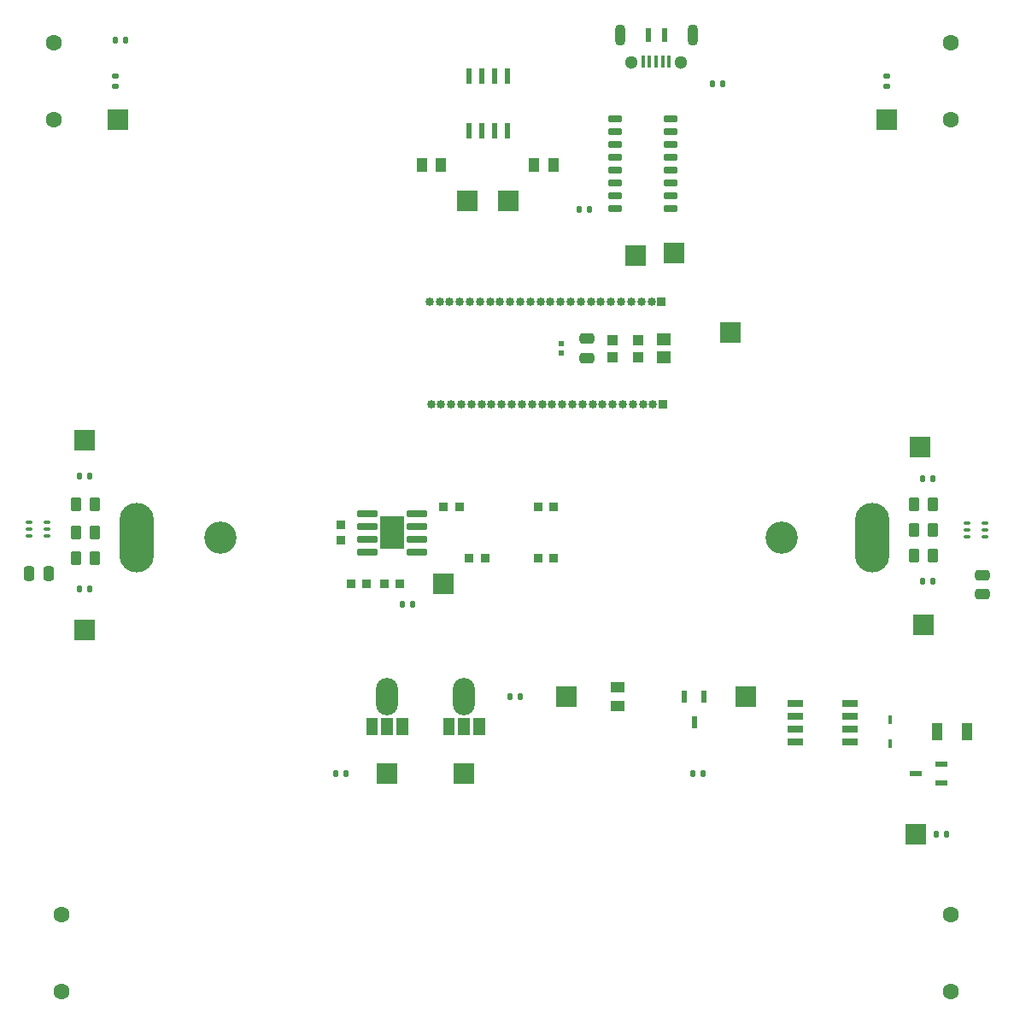
<source format=gbr>
%TF.GenerationSoftware,KiCad,Pcbnew,(7.0.0)*%
%TF.CreationDate,2023-03-21T11:43:52+02:00*%
%TF.ProjectId,EEE3088,45454533-3038-4382-9e6b-696361645f70,rev?*%
%TF.SameCoordinates,Original*%
%TF.FileFunction,Soldermask,Top*%
%TF.FilePolarity,Negative*%
%FSLAX46Y46*%
G04 Gerber Fmt 4.6, Leading zero omitted, Abs format (unit mm)*
G04 Created by KiCad (PCBNEW (7.0.0)) date 2023-03-21 11:43:52*
%MOMM*%
%LPD*%
G01*
G04 APERTURE LIST*
G04 Aperture macros list*
%AMRoundRect*
0 Rectangle with rounded corners*
0 $1 Rounding radius*
0 $2 $3 $4 $5 $6 $7 $8 $9 X,Y pos of 4 corners*
0 Add a 4 corners polygon primitive as box body*
4,1,4,$2,$3,$4,$5,$6,$7,$8,$9,$2,$3,0*
0 Add four circle primitives for the rounded corners*
1,1,$1+$1,$2,$3*
1,1,$1+$1,$4,$5*
1,1,$1+$1,$6,$7*
1,1,$1+$1,$8,$9*
0 Add four rect primitives between the rounded corners*
20,1,$1+$1,$2,$3,$4,$5,0*
20,1,$1+$1,$4,$5,$6,$7,0*
20,1,$1+$1,$6,$7,$8,$9,0*
20,1,$1+$1,$8,$9,$2,$3,0*%
G04 Aperture macros list end*
%ADD10C,0.010000*%
%ADD11RoundRect,0.075000X0.250000X0.075000X-0.250000X0.075000X-0.250000X-0.075000X0.250000X-0.075000X0*%
%ADD12RoundRect,0.135000X-0.135000X-0.185000X0.135000X-0.185000X0.135000X0.185000X-0.135000X0.185000X0*%
%ADD13R,2.000000X2.000000*%
%ADD14RoundRect,0.250000X-0.475000X0.250000X-0.475000X-0.250000X0.475000X-0.250000X0.475000X0.250000X0*%
%ADD15R,0.600000X1.200000*%
%ADD16RoundRect,0.135000X0.135000X0.185000X-0.135000X0.185000X-0.135000X-0.185000X0.135000X-0.185000X0*%
%ADD17RoundRect,0.250000X-0.262500X-0.450000X0.262500X-0.450000X0.262500X0.450000X-0.262500X0.450000X0*%
%ADD18R,1.000000X1.100000*%
%ADD19R,0.900000X0.950000*%
%ADD20R,1.050000X1.750000*%
%ADD21R,1.450000X1.150000*%
%ADD22RoundRect,0.250000X0.262500X0.450000X-0.262500X0.450000X-0.262500X-0.450000X0.262500X-0.450000X0*%
%ADD23R,0.850000X0.850000*%
%ADD24O,0.850000X0.850000*%
%ADD25R,0.400000X1.250000*%
%ADD26R,0.600000X1.350000*%
%ADD27O,1.070000X2.140000*%
%ADD28C,1.300000*%
%ADD29RoundRect,0.250000X-0.250000X-0.475000X0.250000X-0.475000X0.250000X0.475000X-0.250000X0.475000X0*%
%ADD30R,0.460000X0.820000*%
%ADD31R,0.950000X0.900000*%
%ADD32R,1.500000X0.650000*%
%ADD33RoundRect,0.042000X-0.943000X-0.258000X0.943000X-0.258000X0.943000X0.258000X-0.943000X0.258000X0*%
%ADD34R,2.413000X3.302000*%
%ADD35R,1.200000X0.600000*%
%ADD36C,1.600000*%
%ADD37R,1.000000X1.450000*%
%ADD38R,0.620000X0.600000*%
%ADD39R,0.920000X0.970000*%
%ADD40RoundRect,0.075000X-0.250000X-0.075000X0.250000X-0.075000X0.250000X0.075000X-0.250000X0.075000X0*%
%ADD41RoundRect,0.135000X0.185000X-0.135000X0.185000X0.135000X-0.185000X0.135000X-0.185000X-0.135000X0*%
%ADD42O,2.200000X3.700000*%
%ADD43R,0.600000X1.550000*%
%ADD44RoundRect,0.135000X-0.185000X0.135000X-0.185000X-0.135000X0.185000X-0.135000X0.185000X0.135000X0*%
%ADD45R,1.450000X1.000000*%
%ADD46RoundRect,0.049600X0.605400X0.260400X-0.605400X0.260400X-0.605400X-0.260400X0.605400X-0.260400X0*%
%ADD47C,3.200000*%
%ADD48O,3.440000X6.880000*%
G04 APERTURE END LIST*
%TO.C,Voltage-Regulator-2*%
G36*
X126025000Y-100239330D02*
G01*
X124971840Y-100239330D01*
X124971840Y-98660000D01*
X126025000Y-98660000D01*
X126025000Y-100239330D01*
G37*
D10*
X126025000Y-100239330D02*
X124971840Y-100239330D01*
X124971840Y-98660000D01*
X126025000Y-98660000D01*
X126025000Y-100239330D01*
G36*
X127525000Y-100236420D02*
G01*
X126474732Y-100236420D01*
X126474732Y-98660000D01*
X127525000Y-98660000D01*
X127525000Y-100236420D01*
G37*
X127525000Y-100236420D02*
X126474732Y-100236420D01*
X126474732Y-98660000D01*
X127525000Y-98660000D01*
X127525000Y-100236420D01*
G36*
X129025000Y-100240080D02*
G01*
X127976784Y-100240080D01*
X127976784Y-98660000D01*
X129025000Y-98660000D01*
X129025000Y-100240080D01*
G37*
X129025000Y-100240080D02*
X127976784Y-100240080D01*
X127976784Y-98660000D01*
X129025000Y-98660000D01*
X129025000Y-100240080D01*
%TO.C,Voltage-Regulator-1*%
G36*
X133645000Y-100239330D02*
G01*
X132591840Y-100239330D01*
X132591840Y-98660000D01*
X133645000Y-98660000D01*
X133645000Y-100239330D01*
G37*
X133645000Y-100239330D02*
X132591840Y-100239330D01*
X132591840Y-98660000D01*
X133645000Y-98660000D01*
X133645000Y-100239330D01*
G36*
X135145000Y-100236420D02*
G01*
X134094732Y-100236420D01*
X134094732Y-98660000D01*
X135145000Y-98660000D01*
X135145000Y-100236420D01*
G37*
X135145000Y-100236420D02*
X134094732Y-100236420D01*
X134094732Y-98660000D01*
X135145000Y-98660000D01*
X135145000Y-100236420D01*
G36*
X136645000Y-100240080D02*
G01*
X135596784Y-100240080D01*
X135596784Y-98660000D01*
X136645000Y-98660000D01*
X136645000Y-100240080D01*
G37*
X136645000Y-100240080D02*
X135596784Y-100240080D01*
X135596784Y-98660000D01*
X136645000Y-98660000D01*
X136645000Y-100240080D01*
%TD*%
D11*
%TO.C,U1*%
X186320000Y-80660000D03*
X186320000Y-80010000D03*
X186320000Y-79360000D03*
X184520000Y-79360000D03*
X184520000Y-80010000D03*
X184520000Y-80660000D03*
%TD*%
D12*
%TO.C,R30*%
X159254000Y-35814000D03*
X160274000Y-35814000D03*
%TD*%
D13*
%TO.C,TP22*%
X162559999Y-96519999D03*
%TD*%
D14*
%TO.C,C9*%
X146812000Y-61074000D03*
X146812000Y-62974000D03*
%TD*%
D13*
%TO.C,TP19*%
X155447999Y-52577999D03*
%TD*%
%TO.C,TP2*%
X132613999Y-85343999D03*
%TD*%
D15*
%TO.C,N-Mos1*%
X158429999Y-96519999D03*
X156529999Y-96519999D03*
X157479999Y-99019999D03*
%TD*%
D13*
%TO.C,TP1*%
X179414999Y-110144999D03*
%TD*%
D16*
%TO.C,R20*%
X181102000Y-85090000D03*
X180082000Y-85090000D03*
%TD*%
D13*
%TO.C,TP9*%
X179831999Y-71754999D03*
%TD*%
%TO.C,TP13*%
X139064999Y-47403999D03*
%TD*%
D16*
%TO.C,R8*%
X140210000Y-96520000D03*
X139190000Y-96520000D03*
%TD*%
D17*
%TO.C,R24*%
X179277000Y-82550000D03*
X181102000Y-82550000D03*
%TD*%
D13*
%TO.C,TP20*%
X151637999Y-52831999D03*
%TD*%
D18*
%TO.C,C5*%
X151891999Y-61173999D03*
X151891999Y-62873999D03*
%TD*%
D13*
%TO.C,TP6*%
X176529999Y-39369999D03*
%TD*%
%TO.C,TP21*%
X135000999Y-47403999D03*
%TD*%
%TO.C,TP16*%
X161035999Y-60451999D03*
%TD*%
D19*
%TO.C,LED2*%
X142023999Y-82803999D03*
X143523999Y-82803999D03*
%TD*%
D20*
%TO.C,R3*%
X184494999Y-99984999D03*
X181594999Y-99984999D03*
%TD*%
D21*
%TO.C,C8*%
X154431999Y-61123999D03*
X154431999Y-62923999D03*
%TD*%
D22*
%TO.C,R25*%
X98044000Y-77470000D03*
X96219000Y-77470000D03*
%TD*%
%TO.C,R27*%
X98044000Y-80264000D03*
X96219000Y-80264000D03*
%TD*%
D13*
%TO.C,TP7*%
X100329999Y-39369999D03*
%TD*%
%TO.C,TP3*%
X144779999Y-96519999D03*
%TD*%
D23*
%TO.C,J2*%
X154239999Y-57403999D03*
D24*
X153239999Y-57403999D03*
X152239999Y-57403999D03*
X151239999Y-57403999D03*
X150239999Y-57403999D03*
X149239999Y-57403999D03*
X148239999Y-57403999D03*
X147239999Y-57403999D03*
X146239999Y-57403999D03*
X145239999Y-57403999D03*
X144239999Y-57403999D03*
X143239999Y-57403999D03*
X142239999Y-57403999D03*
X141239999Y-57403999D03*
X140239999Y-57403999D03*
X139239999Y-57403999D03*
X138239999Y-57403999D03*
X137239999Y-57403999D03*
X136239999Y-57403999D03*
X135239999Y-57403999D03*
X134239999Y-57403999D03*
X133239999Y-57403999D03*
X132239999Y-57403999D03*
X131239999Y-57403999D03*
%TD*%
D13*
%TO.C,TP4*%
X134619999Y-104139999D03*
%TD*%
D16*
%TO.C,R9*%
X122940000Y-104140000D03*
X121920000Y-104140000D03*
%TD*%
D25*
%TO.C,J1*%
X155007999Y-33637999D03*
X154357999Y-33637999D03*
X153707999Y-33637999D03*
X153057999Y-33637999D03*
X152407999Y-33637999D03*
D26*
X152907999Y-30987999D03*
X154507999Y-30987999D03*
D27*
X150107999Y-31012999D03*
D28*
X151283000Y-33663000D03*
X156133000Y-33663000D03*
D27*
X157307999Y-31012999D03*
%TD*%
D29*
%TO.C,C3*%
X91572000Y-84328000D03*
X93472000Y-84328000D03*
%TD*%
D22*
%TO.C,R23*%
X98044000Y-82804000D03*
X96219000Y-82804000D03*
%TD*%
D16*
%TO.C,R18*%
X97538000Y-74676000D03*
X96518000Y-74676000D03*
%TD*%
D30*
%TO.C,Z1*%
X176874999Y-101134999D03*
X176874999Y-98834999D03*
%TD*%
D31*
%TO.C,R2*%
X122453999Y-79463999D03*
X122453999Y-81063999D03*
%TD*%
D16*
%TO.C,R19*%
X97538000Y-85852000D03*
X96518000Y-85852000D03*
%TD*%
D32*
%TO.C,Op-Amp1*%
X167479999Y-97154999D03*
X167479999Y-98424999D03*
X167479999Y-99694999D03*
X167479999Y-100964999D03*
X172879999Y-100964999D03*
X172879999Y-99694999D03*
X172879999Y-98424999D03*
X172879999Y-97154999D03*
%TD*%
D33*
%TO.C,Battery-Charger1*%
X125059000Y-78359000D03*
X125059000Y-79629000D03*
X125059000Y-80899000D03*
X125059000Y-82169000D03*
X130009000Y-82169000D03*
X130009000Y-80899000D03*
X130009000Y-79629000D03*
X130009000Y-78359000D03*
D34*
X127533999Y-80263999D03*
%TD*%
D35*
%TO.C,P-Mos1*%
X181954999Y-105064999D03*
X181954999Y-103164999D03*
X179454999Y-104114999D03*
%TD*%
D19*
%TO.C,R32*%
X132613999Y-77723999D03*
X134213999Y-77723999D03*
%TD*%
D12*
%TO.C,R13*%
X100072000Y-31496000D03*
X101092000Y-31496000D03*
%TD*%
D14*
%TO.C,C4*%
X186055000Y-84455000D03*
X186055000Y-86355000D03*
%TD*%
D36*
%TO.C,R17*%
X182880000Y-118130000D03*
X182880000Y-125730000D03*
%TD*%
D19*
%TO.C,LED1*%
X142023999Y-77723999D03*
X143523999Y-77723999D03*
%TD*%
D12*
%TO.C,R4*%
X181445000Y-110145000D03*
X182465000Y-110145000D03*
%TD*%
D37*
%TO.C,R28*%
X143504999Y-43847999D03*
X141604999Y-43847999D03*
%TD*%
%TO.C,R29*%
X130494999Y-43847999D03*
X132394999Y-43847999D03*
%TD*%
D38*
%TO.C,C7*%
X144271999Y-61563999D03*
X144271999Y-62483999D03*
%TD*%
D39*
%TO.C,C2*%
X128308999Y-85343999D03*
X126758999Y-85343999D03*
%TD*%
D40*
%TO.C,U2*%
X91545000Y-79260000D03*
X91545000Y-79910000D03*
X91545000Y-80560000D03*
X93345000Y-80560000D03*
X93345000Y-79910000D03*
X93345000Y-79260000D03*
%TD*%
D13*
%TO.C,TP10*%
X180212999Y-89407999D03*
%TD*%
D23*
%TO.C,J3*%
X154399999Y-67563999D03*
D24*
X153399999Y-67563999D03*
X152399999Y-67563999D03*
X151399999Y-67563999D03*
X150399999Y-67563999D03*
X149399999Y-67563999D03*
X148399999Y-67563999D03*
X147399999Y-67563999D03*
X146399999Y-67563999D03*
X145399999Y-67563999D03*
X144399999Y-67563999D03*
X143399999Y-67563999D03*
X142399999Y-67563999D03*
X141399999Y-67563999D03*
X140399999Y-67563999D03*
X139399999Y-67563999D03*
X138399999Y-67563999D03*
X137399999Y-67563999D03*
X136399999Y-67563999D03*
X135399999Y-67563999D03*
X134399999Y-67563999D03*
X133399999Y-67563999D03*
X132399999Y-67563999D03*
X131399999Y-67563999D03*
%TD*%
D13*
%TO.C,TP11*%
X97027999Y-71119999D03*
%TD*%
D19*
%TO.C,R5*%
X136753999Y-82803999D03*
X135153999Y-82803999D03*
%TD*%
D41*
%TO.C,R11*%
X176530000Y-36068000D03*
X176530000Y-35048000D03*
%TD*%
D42*
%TO.C,Voltage-Regulator-2*%
X126999999Y-96519999D03*
%TD*%
D39*
%TO.C,C1*%
X123443999Y-85343999D03*
X124993999Y-85343999D03*
%TD*%
D43*
%TO.C,U3*%
X138937999Y-35051999D03*
X137667999Y-35051999D03*
X136397999Y-35051999D03*
X135127999Y-35051999D03*
X135127999Y-40451999D03*
X136397999Y-40451999D03*
X137667999Y-40451999D03*
X138937999Y-40451999D03*
%TD*%
D36*
%TO.C,R15*%
X94780000Y-118120000D03*
X94780000Y-125720000D03*
%TD*%
D18*
%TO.C,C6*%
X149351999Y-61173999D03*
X149351999Y-62873999D03*
%TD*%
D36*
%TO.C,R16*%
X182880000Y-31770000D03*
X182880000Y-39370000D03*
%TD*%
D17*
%TO.C,R22*%
X179277000Y-77470000D03*
X181102000Y-77470000D03*
%TD*%
D12*
%TO.C,R21*%
X180082000Y-74930000D03*
X181102000Y-74930000D03*
%TD*%
D36*
%TO.C,R14*%
X93980000Y-31770000D03*
X93980000Y-39370000D03*
%TD*%
D42*
%TO.C,Voltage-Regulator-1*%
X134619999Y-96519999D03*
%TD*%
D13*
%TO.C,TP5*%
X126999999Y-104139999D03*
%TD*%
D44*
%TO.C,R12*%
X100076000Y-35048000D03*
X100076000Y-36068000D03*
%TD*%
D12*
%TO.C,R10*%
X157320000Y-104140000D03*
X158340000Y-104140000D03*
%TD*%
D45*
%TO.C,R7*%
X149859999Y-95569999D03*
X149859999Y-97469999D03*
%TD*%
D13*
%TO.C,TP8*%
X97027999Y-89915999D03*
%TD*%
D17*
%TO.C,R26*%
X179277000Y-80010000D03*
X181102000Y-80010000D03*
%TD*%
D16*
%TO.C,R6*%
X129544000Y-87376000D03*
X128524000Y-87376000D03*
%TD*%
D46*
%TO.C,U4*%
X155150000Y-48133000D03*
X155150000Y-46863000D03*
X155150000Y-45593000D03*
X155150000Y-44323000D03*
X155150000Y-43053000D03*
X155150000Y-41783000D03*
X155150000Y-40513000D03*
X155150000Y-39243000D03*
X149650000Y-39243000D03*
X149650000Y-40513000D03*
X149650000Y-41783000D03*
X149650000Y-43053000D03*
X149650000Y-44323000D03*
X149650000Y-45593000D03*
X149650000Y-46863000D03*
X149650000Y-48133000D03*
%TD*%
D12*
%TO.C,R31*%
X146046000Y-48260000D03*
X147066000Y-48260000D03*
%TD*%
D47*
%TO.C,Battery-Holder1*%
X110506000Y-80772000D03*
X166116000Y-80772000D03*
D48*
X102225999Y-80771999D03*
X175125999Y-80771999D03*
%TD*%
M02*

</source>
